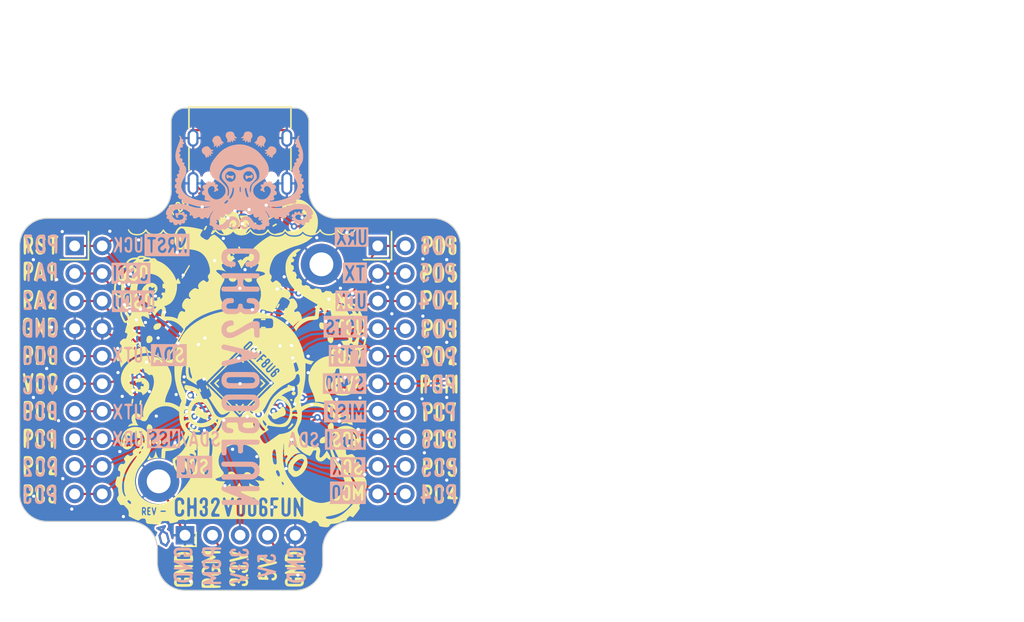
<source format=kicad_pcb>
(kicad_pcb (version 20241229) (generator "pcbnew") (generator_version "9.0")
  (layers (0 "F.Cu" signal) (2 "B.Cu" signal) (13 "F.Paste" user) (15 "B.Paste" user) (5 "F.SilkS" user "F.Silkscreen") (7 "B.SilkS" user "B.Silkscreen") (1 "F.Mask" user) (3 "B.Mask" user) (25 "Edge.Cuts" user))
  (net 0 "")
  (net 1 "VCC")
  (net 2 "GND")
  (net 3 "PD7NRST")
  (net 4 "PA1")
  (net 5 "PA2")
  (net 6 "PD0")
  (net 7 "PC0")
  (net 8 "PC1")
  (net 9 "PC2")
  (net 10 "PC3")
  (net 11 "SWIO")
  (net 12 "PC4")
  (net 13 "PC5")
  (net 14 "PC6")
  (net 15 "PC7")
  (net 16 "PD2")
  (net 17 "PD6")
  (net 18 "D+")
  (net 19 "D-")
  (net 20 "DPU")
  (net 21 "Net-(D7-A)")
  (net 22 "Net-(J4-CC2)")
  (net 24 "Net-(J4-CC1)")
  (net 25 "Net-(J4-D--PadA7)")
  (net 26 "+5V")
  (net 27 "Net-(J4-D+-PadA6)")
  (footprint "Resistor_SMD:R_0402_1005Metric" (layer "F.Cu") (at 90.45 101.68 -100)
    (property "Reference" "R6")
    (property "Value" "1.5k" (hide yes))
  )
  (footprint "Package_TO_SOT_SMD:SOT-23" (layer "F.Cu") (at 96.34 90.47 60)
    (property "Reference" "U3" (hide yes))
    (property "Value" "XC6206P332")
  )
  (footprint "Crystal:Crystal_SMD_2520-4Pin_2.5x2.0mm" (layer "F.Cu") (at 92.746282 95.727772 60)
    (property "Reference" "Y2" (hide yes))
    (property "Value" "24MHz")
  )
  (footprint "Resistor_SMD:R_0402_1005Metric" (layer "F.Cu") (at 103.825 93.038327 -120)
    (property "Reference" "R2")
    (property "Value" "33" (hide yes))
  )
  (footprint "MountingHole:MountingHole_2.2mm_M2_DIN965_Pad" (layer "F.Cu") (at 92.5 109)
    (property "Reference" "J6" (hide yes))
    (property "Value" "HOLE" (hide yes))
  )
  (footprint "Resistor_SMD:R_0402_1005Metric" (layer "F.Cu") (at 99.65 87.75 -60)
    (property "Reference" "R1" (hide yes))
    (property "Value" "33")
  )
  (footprint "Resistor_SMD:R_0402_1005Metric" (layer "F.Cu") (at 102.14 94.45 180)
    (property "Reference" "R5")
    (property "Value" "1.5k 1%" (hide yes))
  )
  (footprint "Custom:PinHeader_2x10_P2.54mm_Vertical" (layer "F.Cu") (at 84.755 87.305)
    (property "Reference" "J1" (hide yes))
    (property "Value" "~")
  )
  (footprint "Custom:PinHeader_1x05_P2.54mm_Vertical" (layer "F.Cu") (at 94.925 113.97 90)
    (property "Reference" "J2" (hide yes))
    (property "Value" "PGM" (hide yes))
  )
  (footprint "Capacitor_SMD:C_0402_1005Metric" (layer "F.Cu") (at 96.45 87.25 -15)
    (property "Reference" "C4")
    (property "Value" "1u" (hide yes))
  )
  (footprint "Package_DFN_QFN:QFN-20-1EP_3x3mm_P0.4mm_EP1.65x1.65mm" (layer "F.Cu") (at 99.97 99.97 -45)
    (property "Reference" "U1")
    (property "Value" "CH32V006F8U6" (hide yes))
  )
  (footprint "Capacitor_SMD:C_0402_1005Metric" (layer "F.Cu") (at 96.64 100.46 113)
    (property "Reference" "C1" (hide yes))
    (property "Value" "1u" (hide yes))
  )
  (footprint "MountingHole:MountingHole_2.2mm_M2_DIN965_Pad" (layer "F.Cu") (at 107.5 89)
    (property "Reference" "J5" (hide yes))
    (property "Value" "HOLE" (hide yes))
  )
  (footprint "006fun:OctoFront" (layer "F.Cu") (at 100.364714 96.778846)
    (property "Reference" "A1" (hide yes))
    (property "Value" "front" (hide yes))
  )
  (footprint "LED_SMD:LED_0402_1005Metric" (layer "F.Cu") (at 95 84.65 -155)
    (property "Reference" "D7")
    (property "Value" "LED")
  )
  (footprint "Capacitor_SMD:C_0402_1005Metric" (layer "F.Cu") (at 95.704308 95.42 30)
    (property "Reference" "C2" (hide yes))
    (property "Value" "4.7p" (hide yes))
  )
  (footprint "Resistor_SMD:R_0402_1005Metric" (layer "F.Cu") (at 97.14 85.84 -120)
    (property "Reference" "R3")
    (property "Value" "5.1k" (hide yes))
  )
  (footprint "Connector_USB:USB_C_Receptacle_HRO_TYPE-C-31-M-12" (layer "F.Cu") (at 99.99 78.41 180)
    (property "Reference" "J4" (hide yes))
    (property "Value" "USB_C_Receptacle_USB2.0" (hide yes))
  )
  (footprint "Capacitor_SMD:C_0402_1005Metric" (layer "F.Cu") (at 94.92 97.374308 -60)
    (property "Reference" "C3" (hide yes))
    (property "Value" "4.7p" (hide yes))
  )
  (footprint "cnhardware:TS-1187A-B-A-B-TACTILE" (layer "F.Cu") (at 91.7 88.6 -90)
    (property "Reference" "SW1" (hide yes))
    (property "Value" "BOOT")
  )
  (footprint "Resistor_SMD:R_0402_1005Metric" (layer "F.Cu") (at 102.998327 85.055 30)
    (property "Reference" "R4")
    (property "Value" "5.1k" (hide yes))
  )
  (footprint "Custom:PinHeader_2x10_P2.54mm_Vertical" (layer "F.Cu") (at 112.695 87.305)
    (property "Reference" "J3" (hide yes))
    (property "Value" "~")
  )
  (footprint "Capacitor_SMD:C_0402_1005Metric" (layer "F.Cu") (at 95.01 92.71 150)
    (property "Reference" "C5" (hide yes))
    (property "Value" "1u")
  )
  (footprint "006fun:OctoBack" (layer "B.Cu") (at 101.233056 96.836702 180)
    (property "Reference" "A2" (hide yes))
    (property "Value" "back" (hide yes))
  )
  (footprint "art:Heart" (layer "B.Cu") (at 100.309657 75.585578 180)
    (property "Reference" "A3" (hide yes))
    (property "Value" "heart" (hide yes))
  )
  (gr_line (start 93.183013 114.941025) (end 92.75 114.691025) (stroke (width 0.2)) (layer "F.Cu"))
  (gr_line (start 92.383975 113.325) (end 93.25 113.825) (stroke (width 0.2)) (layer "F.Cu"))
  (gr_line (start 93.066987 113.141987) (end 92.383975 113.325) (stroke (width 0.2)) (layer "F.Cu"))
  (gr_line (start 92.75 114.691025) (end 92.566987 114.008013) (stroke (width 0.2)) (layer "F.Cu"))
  (gr_line (start 92.566987 114.008013) (end 93.066987 113.141987) (stroke (width 0.2)) (layer "F.Cu"))
  (gr_line (start 93.433013 114.508013) (end 93.183013 114.941025) (stroke (width 0.2)) (layer "F.Cu"))
  (gr_line (start 93.433013 114.508013) (end 93.25 113.825) (stroke (width 0.2)) (layer "F.Cu"))
  (gr_line (start 93.25 113.825) (end 93.433013 114.508013) (stroke (width 0.2)) (layer "B.Cu"))
  (gr_line (start 92.75 114.691025) (end 92.566987 114.008013) (stroke (width 0.2)) (layer "B.Cu"))
  (gr_line (start 93.066987 113.141987) (end 92.383975 113.325) (stroke (width 0.2)) (layer "B.Cu"))
  (gr_line (start 93.183013 114.941025) (end 92.75 114.691025) (stroke (width 0.2)) (layer "B.Cu"))
  (gr_line (start 92.383975 113.325) (end 93.25 113.825) (stroke (width 0.2)) (layer "B.Cu"))
  (gr_line (start 92.566987 114.008013) (end 93.066987 113.141987) (stroke (width 0.2)) (layer "B.Cu"))
  (gr_line (start 93.433013 114.508013) (end 93.183013 114.941025) (stroke (width 0.2)) (layer "B.Cu"))
  (gr_arc (start 117.78 84.76) (mid 119.576051 85.503949) (end 120.32 87.3) (stroke (width 0.1)) (layer "Edge.Cuts"))
  (gr_line (start 91.11 84.76) (end 82.22 84.76) (stroke (width 0.1)) (layer "Edge.Cuts"))
  (gr_arc (start 79.68 87.3) (mid 80.423949 85.503949) (end 82.22 84.76) (stroke (width 0.1)) (layer "Edge.Cuts"))
  (gr_line (start 105.08 74.6) (end 94.92 74.6) (stroke (width 0.1)) (layer "Edge.Cuts"))
  (gr_arc (start 105.08 74.6) (mid 105.978026 74.971974) (end 106.35 75.87) (stroke (width 0.1)) (layer "Edge.Cuts"))
  (gr_arc (start 108.89 84.76) (mid 107.093948 84.016051) (end 106.35 82.219999) (stroke (width 0.1)) (layer "Edge.Cuts"))
  (gr_line (start 92.38 115.24) (end 92.38 116.51) (stroke (width 0.1)) (layer "Edge.Cuts"))
  (gr_line (start 120.32 87.3) (end 120.32 110.16) (stroke (width 0.1)) (layer "Edge.Cuts"))
  (gr_arc (start 107.62 116.51) (mid 106.876051 118.306051) (end 105.08 119.05) (stroke (width 0.1)) (layer "Edge.Cuts"))
  (gr_arc (start 82.22 112.7) (mid 80.423949 111.956051) (end 79.68 110.16) (stroke (width 0.1)) (layer "Edge.Cuts"))
  (gr_line (start 89.84 112.7) (end 82.22 112.7) (stroke (width 0.1)) (layer "Edge.Cuts"))
  (gr_line (start 79.68 110.16) (end 79.68 87.3) (stroke (width 0.1)) (layer "Edge.Cuts"))
  (gr_line (start 106.35 82.219999) (end 106.35 75.87) (stroke (width 0.1)) (layer "Edge.Cuts"))
  (gr_arc (start 93.65 75.87) (mid 94.021974 74.971974) (end 94.92 74.6) (stroke (width 0.1)) (layer "Edge.Cuts"))
  (gr_line (start 117.78 84.76) (end 108.89 84.76) (stroke (width 0.1)) (layer "Edge.Cuts"))
  (gr_line (start 107.62 115.24) (end 107.62 116.51) (stroke (width 0.1)) (layer "Edge.Cuts"))
  (gr_line (start 105.08 119.05) (end 94.92 119.05) (stroke (width 0.1)) (layer "Edge.Cuts"))
  (gr_arc (start 93.650001 82.22) (mid 92.906052 84.016052) (end 91.11 84.76) (stroke (width 0.1)) (layer "Edge.Cuts"))
  (gr_arc (start 120.32 110.16) (mid 119.576051 111.956051) (end 117.78 112.7) (stroke (width 0.1)) (layer "Edge.Cuts"))
  (gr_arc (start 94.92 119.05) (mid 93.123949 118.306051) (end 92.38 116.51) (stroke (width 0.1)) (layer "Edge.Cuts"))
  (gr_line (start 93.65 75.87) (end 93.650001 82.22) (stroke (width 0.1)) (layer "Edge.Cuts"))
  (gr_arc (start 107.62 115.24) (mid 108.363949 113.443949) (end 110.16 112.7) (stroke (width 0.1)) (layer "Edge.Cuts"))
  (gr_line (start 110.16 112.7) (end 117.78 112.7) (stroke (width 0.1)) (layer "Edge.Cuts"))
  (gr_arc (start 89.84 112.7) (mid 91.636051 113.443949) (end 92.38 115.24) (stroke (width 0.1)) (layer "Edge.Cuts"))
  (segment (start 95.425692 92.95) (end 96.693974 91.756899) (width 0.2) (layer "F.Cu") (net 1))
  (segment (start 91.5 93.44) (end 92.46 92.8) (width 0.2) (layer "F.Cu") (net 1))
  (segment (start 96 100.68) (end 96.815102 100.903684) (width 0.2) (layer "F.Cu") (net 1))
  (segment (start 97.2 100.75) (end 97.39 100.74) (width 0.2) (layer "F.Cu") (net 1))
  (segment (start 93.81 99.67) (end 90.7 99.35) (width 0.2) (layer "F.Cu") (net 1))
  (segment (start 93.02 92.69) (end 93.67 92.94) (width 0.2) (layer "F.Cu") (net 1))
  (segment (start 96.815102 100.903684) (end 97.2 100.75) (width 0.2) (layer "F.Cu") (net 1))
  (segment (start 94.43 99.95) (end 94.66 100.15) (width 0.2) (layer "F.Cu") (net 1))
  (segment (start 93.67 92.94) (end 94.77 93.25) (width 0.2) (layer "F.Cu") (net 1))
  (segment (start 95.61 100.64) (end 95.46 101.05) (width 0.2) (layer "F.Cu") (net 1))
  (segment (start 97.54 100.82) (end 97.69 100.83) (width 0.2) (layer "F.Cu") (net 1))
  (segment (start 92.46 92.8) (end 93.02 92.69) (width 0.2) (layer "F.Cu") (net 1))
  (segment (start 94.77 93.25) (end 95.08 93.23) (width 0.2) (layer "F.Cu") (net 1))
  (segment (start 95.08 93.23) (end 95.425692 92.95) (width 0.2) (layer "F.Cu") (net 1))
  (segment (start 90.44 94.13) (end 91.5 93.44) (width 0.2) (layer "F.Cu") (net 1))
  (segment (start 95.61 100.64) (end 96 100.68) (width 0.2) (layer "F.Cu") (net 1))
  (segment (start 94.66 100.15) (end 95.61 100.64) (width 0.2) (layer "F.Cu") (net 1))
  (segment (start 90.7 99.35) (end 87.295 100.005) (width 0.2) (layer "F.Cu") (net 1))
  (segment (start 97.69 100.83) (end 97.89 100.83) (width 0.2) (layer "F.Cu") (net 1))
  (segment (start 84.755 100.005) (end 87.295 100.005) (width 0.2) (layer "F.Cu") (net 1))
  (segment (start 97.39 100.74) (end 97.54 100.82) (width 0.2) (layer "F.Cu") (net 1))
  (segment (start 98.03 100.78) (end 98.37901 100.429619) (width 0.2) (layer "F.Cu") (net 1))
  (segment (start 97.89 100.83) (end 98.03 100.78) (width 0.2) (layer "F.Cu") (net 1))
  (segment (start 93.81 99.67) (end 94.43 99.95) (width 0.2) (layer "F.Cu") (net 1))
  (via (at 90.44 94.13) (size 0.6) (drill 0.3) (layers "F.Cu" "B.Cu") (net 1))
  (via (at 90.7 99.35) (size 0.6) (drill 0.3) (layers "F.Cu" "B.Cu") (net 1))
  (via (at 95.46 101.05) (size 0.6) (drill 0.3) (layers "F.Cu" "B.Cu") (net 1))
  (segment (start 90.44 94.13) (end 90.7 99.35) (width 0.2) (layer "B.Cu") (net 1))
  (segment (start 96.52 102.14) (end 97.67 103.98) (width 0.2) (layer "B.Cu") (net 1))
  (segment (start 97.67 103.98) (end 99.93 109.61) (width 0.2) (layer "B.Cu") (net 1))
  (segment (start 95.46 101.05) (end 96.52 102.14) (width 0.2) (layer "B.Cu") (net 1))
  (segment (start 99.93 109.61) (end 100.005 113.97) (width 0.2) (layer "B.Cu") (net 1))
  (segment (start 104.48 90.31) (end 104.075 90.15) (width 0.2) (layer "F.Cu") (net 2))
  (segment (start 96.44 100.02) (end 96.675 99.575) (width 0.2) (layer "F.Cu") (net 2))
  (segment (start 87.3 94.925) (end 89.77 96.74) (width 0.2) (layer "F.Cu") (net 2))
  (segment (start 95.68 81.54) (end 96.75 82.455) (width 0.2) (layer "F.Cu") (net 2))
  (segment (start 104.32 93.32) (end 104.82 92.7) (width 0.2) (layer "F.Cu") (net 2))
  (segment (start 97.83 98.62) (end 98.21 98.78) (width 0.2) (layer "F.Cu") (net 2))
  (segment (start 98.21 98.78) (end 98.691852 99.257538) (width 0.2) (layer "F.Cu") (net 2))
  (segment (start 94.98 98.42) (end 95.77 98.44) (width 0.2) (layer "F.Cu") (net 2))
  (segment (start 90.92 98.4) (end 91.59 98.71) (width 0.2) (layer "F.Cu") (net 2))
  (segment (start 104.33 94.38) (end 104.32 93.32) (width 0.2) (layer "F.Cu") (net 2))
  (segment (start 84.755 94.925) (end 87.295 94.925) (width 0.2) (layer "F.Cu") (net 2))
  (segment (start 89.77 96.74) (end 90.31 98.16) (width 0.2) (layer "F.Cu") (net 2))
  (segment (start 93.59 98.91) (end 94.44 98.45) (width 0.2) (layer "F.Cu") (net 2))
  (segment (start 104.15 76.63) (end 95.51 76.63) (width 0.2) (layer "F.Cu") (net 2))
  (segment (start 94.925 113.97) (end 92.5 109) (width 0.2) (layer "F.Cu") (net 2))
  (segment (start 91.59 98.71) (end 93.59 98.91) (width 0.2) (layer "F.Cu") (net 2))
  (segment (start 98.691852 99.257538) (end 99.08 99.66) (width 0.2) (layer "F.Cu") (net 2))
  (segment (start 94.44 98.45) (end 94.98 98.42) (width 0.2) (layer "F.Cu") (net 2))
  (segment (start 104.82 92.7) (end 104.78 91.48) (width 0.2) (layer "F.Cu") (net 2))
  (segment (start 106.28 98.99) (end 102.86 99.94) (width 0.2) (layer "F.Cu") (net 2))
  (segment (start 104.78 91.48) (end 104.48 90.31) (width 0.2) (layer "F.Cu") (net 2))
  (segment (start 95.77 98.44) (end 97.83 98.62) (width 0.2) (layer "F.Cu") (net 2))
  (segment (start 95.68 77.36) (end 95.68 81.54) (width 0.2) (layer "F.Cu") (net 2))
  (segment (start 94.594308 92.47) (end 95.048526 90.806899) (width 0.2) (layer "F.Cu") (net 2))
  (segment (start 99.08 99.66) (end 100 100) (width 0.2) (layer "F.Cu") (net 2))
  (segment (start 90.31 98.16) (end 90.92 98.4) (width 0.2) (layer "F.Cu") (net 2))
  (via (at 94.11 101) (size 0.6) (drill 0.3) (layers "F.Cu" "B.Cu") (net 2))
  (via (at 99.875 97.65) (size 0.6) (drill 0.3) (layers "F.Cu" "B.Cu") (net 2))
  (via (at 88.875 90.775) (size 0.6) (drill 0.3) (layers "F.Cu" "B.Cu") (net 2))
  (via (at 106.28 98.99) (size 0.6) (drill 0.3) (layers "F.Cu" "B.Cu") (net 2))
  (via (at 104.075 90.15) (size 0.6) (drill 0.3) (layers "F.Cu" "B.Cu") (net 2))
  (via (at 105.33 117.64) (size 0.6) (drill 0.3) (layers "F.Cu" "B.Cu") (net 2))
  (via (at 91.28 94.36) (size 0.6) (drill 0.3) (layers "F.Cu" "B.Cu") (net 2))
  (via (at 93.05 93.41) (size 0.6) (drill 0.3) (layers "F.Cu" "B.Cu") (net 2))
  (via (at 116.5 96.675) (size 0.6) (drill 0.3) (layers "F.Cu" "B.Cu") (net 2))
  (via (at 99.98 91.21) (size 0.6) (drill 0.3) (layers "F.Cu" "B.Cu") (net 2))
  (via (at 89.34 92.72) (size 0.6) (drill 0.3) (layers "F.Cu" "B.Cu") (net 2))
  (via (at 94.2 87.9) (size 0.6) (drill 0.3) (layers "F.Cu" "B.Cu") (net 2))
  (via (at 101.13 93.18) (size 0.6) (drill 0.3) (layers "F.Cu" "B.Cu") (net 2))
  (via (at 80.95 88.57) (size 0.6) (drill 0.3) (layers "F.Cu" "B.Cu") (net 2))
  (via (at 116.85 88.5) (size 0.6) (drill 0.3) (layers "F.Cu" "B.Cu") (net 2))
  (via (at 96.51 83.7) (size 0.6) (drill 0.3) (layers "F.Cu" "B.Cu") (net 2))
  (via (at 119.05 101.27) (size 0.6) (drill 0.3) (layers "F.Cu" "B.Cu") (net 2))
  (via (at 101.55 106.725) (size 0.6) (drill 0.3) (layers "F.Cu" "B.Cu") (net 2))
  (via (at 94.76 90) (size 0.6) (drill 0.3) (layers "F.Cu" "B.Cu") (net 2))
  (via (at 116.775 101.4) (size 0.6) (drill 0.3) (layers "F.Cu" "B.Cu") (net 2))
  (via (at 111.5 108.375) (size 0.6) (drill 0.3) (layers "F.Cu" "B.Cu") (net 2))
  (via (at 89.14 101.17) (size 0.6) (drill 0.3) (layers "F.Cu" "B.Cu") (net 2))
  (via (at 111.37 95.79) (size 0.6) (drill 0.3) (layers "F.Cu" "B.Cu") (net 2))
  (via (at 119.05 96.19) (size 0.6) (drill 0.3) (layers "F.Cu" "B.Cu") (net 2))
  (via (at 108.9 101.43) (size 0.6) (drill 0.3) (layers "F.Cu" "B.Cu") (net 2))
  (via (at 89.925 89.9) (size 0.6) (drill 0.3) (layers "F.Cu" "B.Cu") (net 2))
  (via (at 83.27 103.41) (size 0.6) (drill 0.3) (layers "F.Cu" "B.Cu") (net 2))
  (via (at 119.05 88.57) (size 0.6) (drill 0.3) (layers "F.Cu" "B.Cu") (net 2))
  (via (at 113.68 88.7) (size 0.6) (drill 0.3) (layers "F.Cu" "B.Cu") (net 2))
  (via (at 116.85 93.775) (size 0.6) (drill 0.3) (layers "F.Cu" "B.Cu") (net 2))
  (via (at 91.65 100.725) (size 0.6) (drill 0.3) (layers "F.Cu" "B.Cu") (net 2))
  (via (at 88.75 98.975) (size 0.6) (drill 0.3) (layers "F.Cu" "B.Cu") (net 2))
  (via (at 88.92 106.26) (size 0.6) (drill 0.3) (layers "F.Cu" "B.Cu") (net 2))
  (via (at 104.91 100.53) (size 0.6) (drill 0.3) (layers "F.Cu" "B.Cu") (net 2))
  (via (at 109.16 96.47) (size 0.6) (drill 0.3) (layers "F.Cu" "B.Cu") (net 2))
  (via (at 116.99 106.37) (size 0.6) (drill 0.3) (layers "F.Cu" "B.Cu") (net 2))
  (via (at 83.09 90.41) (size 0.6) (drill 0.3) (layers "F.Cu" "B.Cu") (net 2))
  (via (at 102.86 99.94) (size 0.6) (drill 0.3) (layers "F.Cu" "B.Cu") (net 2))
  (via (at 119.05 108.89) (size 0.6) (drill 0.3) (layers "F.Cu" "B.Cu") (net 2))
  (via (at 94.01 105.45) (size 0.6) (drill 0.3) (layers "F.Cu" "B.Cu") (net 2))
  (via (at 91.37 98.02) (size 0.6) (drill 0.3) (layers "F.Cu" "B.Cu") (net 2))
  (via (at 82.625 94.8) (size 0.6) (drill 0.3) (layers "F.Cu" "B.Cu") (net 2))
  (via (at 113.99 93.56) (size 0.6) (drill 0.3) (layers "F.Cu" "B.Cu") (net 2))
  (via (at 106.28 97.47) (size 0.6) (drill 0.3) (layers "F.Cu" "B.Cu") (net 2))
  (via (at 96.72 104.3) (size 0.6) (drill 0.3) (layers "F.Cu" "B.Cu") (net 2))
  (via (at 98.6 109.4) (size 0.6) (drill 0.3) (layers "F.Cu" "B.Cu") (net 2))
  (via (at 111.06 101.31) (size 0.6) (drill 0.3) (layers "F.Cu" "B.Cu") (net 2))
  (via (at 88.725 96.75) (size 0.6) (drill 0.3) (layers "F.Cu" "B.Cu") (net 2))
  (via (at 90.82 93.14) (size 0.6) (drill 0.3) (layers "F.Cu" "B.Cu") (net 2))
  (via (at 103.69 96.52) (size 0.6) (drill 0.3) (layers "F.Cu" "B.Cu") (net 2))
  (via (at 105.03 101.89) (size 0.6) (drill 0.3) (layers "F.Cu" "B.Cu") (net 2))
  (via (at 80.98 110.37) (size 0.6) (drill 0.3) (layers "F.Cu" "B.Cu") (net 2))
  (via (at 107.075 86.55) (size 0.6) (drill 0.3) (layers "F.Cu" "B.Cu") (net 2))
  (via (at 104.25 107.825) (size 0.6) (drill 0.3) (layers "F.Cu" "B.Cu") (net 2))
  (via (at 102.95 111.375) (size 0.6) (drill 0.3) (layers "F.Cu" "B.Cu") (net 2))
  (via (at 109.85 86.075) (size 0.6) (drill 0.3) (layers "F.Cu" "B.Cu") (net 2))
  (via (at 83.66 108.75) (size 0.6) (drill 0.3) (layers "F.Cu" "B.Cu") (net 2))
  (via (at 113.6 91.1) (size 0.6) (drill 0.3) (layers "F.Cu" "B.Cu") (net 2))
  (via (at 96.76 95.8) (size 0.6) (drill 0.3) (layers "F.Cu" "B.Cu") (net 2))
  (via (at 83.61 85.98) (size 0.6) (drill 0.3) (layers "F.Cu" "B.Cu") (net 2))
  (via (at 90.65 86.75) (size 0.6) (drill 0.3) (layers "F.Cu" "B.Cu") (net 2))
  (via (at 94.3 96.28) (size 0.6) (drill 0.3) (layers "F.Cu" "B.Cu") (net 2))
  (via (at 95.43 118.22) (size 0.6) (drill 0.3) (layers "F.Cu" "B.Cu") (net 2))
  (via (at 110.89 104.21) (size 0.6) (drill 0.3) (layers "F.Cu" "B.Cu") (net 2))
  (via (at 109.69 99.43) (size 0.6) (drill 0.3) (layers "F.Cu" "B.Cu") (net 2))
  (via (at 92.2 91.925) (size 0.6) (drill 0.3) (layers "F.Cu" "B.Cu") (net 2))
  (via (at 88 85.95) (size 0.6) (drill 0.3) (layers "F.Cu" "B.Cu") (net 2))
  (via (at 109.25 91.2) (size 0.6) (drill 0.3) (layers "F.Cu" "B.Cu") (net 2))
  (via (at 100 100) (size 0.6) (drill 0.3) (layers "F.Cu" "B.Cu") (net 2))
  (via (at 94.85 99.375) (size 0.6) (drill 0.3) (layers "F.Cu" "B.Cu") (net 2))
  (via (at 107.91 94.26) (size 0.6) (drill 0.3) (layers "F.Cu" "B.Cu") (net 2))
  (via (at 82.175 98.6) (size 0.6) (drill 0.3) (layers "F.Cu" "B.Cu") (net 2))
  (via (at 84.49 111.56) (size 0.6) (drill 0.3) (layers "F.Cu" "B.Cu") (net 2))
  (via (at 109.14 103.46) (size 0.6) (drill 0.3) (layers "F.Cu" "B.Cu") (net 2))
  (via (at 98.51 103.37) (size 0.6) (drill 0.3) (layers "F.Cu" "B.Cu") (net 2))
  (via (at 109.025 107) (size 0.6) (drill 0.3) (layers "F.Cu" "B.Cu") (net 2))
  (via (at 92.45 95.79) (size 0.6) (drill 0.3) (layers "F.Cu" "B.Cu") (net 2))
  (via (at 100.46 89.49) (size 0.6) (drill 0.3) (layers "F.Cu" "B.Cu") (net 2))
  (via (at 89.25 112.25) (size 0.6) (drill 0.3) (layers "F.Cu" "B.Cu") (net 2))
  (via (at 98.46 86.61) (size 0.6) (drill 0.3) (layers "F.Cu" "B.Cu") (net 2))
  (via (at 104.33 94.38) (size 0.6) (drill 0.3) (layers "F.Cu" "B.Cu") (net 2))
  (via (at 96.675 99.575) (size 0.6) (drill 0.3) (layers "F.Cu" "B.Cu") (net 2))
  (via (at 106.61 101.93) (size 0.6) (drill 0.3) (layers "F.Cu" "B.Cu") (net 2))
  (via (at 105.72 84.7) (size 0.6) (drill 0.3) (layers "F.Cu" "B.Cu") (net 2))
  (via (at 80.95 101.27) (size 0.6) (drill 0.3) (layers "F.Cu" "B.Cu") (net 2))
  (via (at 97.66 88.66) (size 0.6) (drill 0.3) (layers "F.Cu" "B.Cu") (net 2))
  (via (at 92.28 102.99) (size 0.6) (drill 0.3) (layers "F.Cu" "B.Cu") (net 2))
  (via (at 99.31 106.05) (size 0.6) (drill 0.3) (layers "F.Cu" "B.Cu") (net 2))
  (via (at 104.75 105.15) (size 0.6) (drill 0.3) (layers "F.Cu" "B.Cu") (net 2))
  (segment (start 102.86 99.94) (end 100 100) (width 0.2) (layer "B.Cu") (net 2))
  (segment (start 96.68 115.82) (end 94.925 113.97) (width 0.2) (layer "B.Cu") (net 2))
  (segment (start 109.25 98.99) (end 106.28 98.99) (width 0.2) (layer "B.Cu") (net 2))
  (segment (start 105.085 113.97) (end 103.94 115.59) (width 0.2) (layer "B.Cu") (net 2))
  (segment (start 100 100) (end 98.51 103.37) (width 0.2) (layer "B.Cu") (net 2))
  (segment (start 96.675 99.575) (end 100 100) (width 0.2) (layer "B.Cu") (net 2))
  (segment (start 109.69 99.43) (end 109.25 98.99) (width 0.2) (layer "B.Cu") (net 2))
  (segment (start 103.94 115.59) (end 96.68 115.82) (width 0.2) (layer "B.Cu") (net 2))
  (segment (start 96.17 96.39) (end 96.98 96.83) (width 0.2) (layer "F.Cu") (net 3))
  (segment (start 87.295 87.305) (end 84.755 87.305) (width 0.2) (layer "F.Cu") (net 3))
  (segment (start 87.295 87.305) (end 89.875 85.75) (width 0.2) (layer "F.Cu") (net 3))
  (segment (start 98.82 97.7) (end 99.540381 98.40901) (width 0.2) (layer "F.Cu") (net 3))
  (segment (start 97.84 97.22) (end 98.36 97.41) (width 0.2) (layer "F.Cu") (net 3))
  (segment (start 89.875 91.75) (end 89.75 91) (width 0.2) (layer "F.Cu") (net 3))
  (segment (start 98.36 97.41) (end 98.82 97.7) (width 0.2) (layer "F.Cu") (net 3))
  (segment (start 96.98 96.83) (end 97.84 97.22) (width 0.2) (layer "F.Cu") (net 3))
  (via (at 89.75 90.85) (size 0.6) (drill 0.3) (layers "F.Cu" "B.Cu") (net 3))
  (via (at 96.17 96.39) (size 0.6) (drill 0.3) (layers "F.Cu" "B.Cu") (net 3))
  (segment (start 91.6 93.17) (end 90.83 92.14) (width 0.2) (layer "B.Cu") (net 3))
  (segment (start 89.75 91) (end 89.747931 90.902069) (width 0.2) (layer "B.Cu") (net 3))
  (segment (start 90.83 92.14) (end 89.747931 90.902069) (width 0.2) (layer "B.Cu") (net 3))
  (segment (start 96.17 96.39) (end 94.56 95.76) (width 0.2) (layer "B.Cu") (net 3))
  (segment (start 94.56 95.76) (end 91.6 93.17) (width 0.2) (layer "B.Cu") (net 3))
  (segment (start 89.747931 90.902069) (end 88.81 89.12) (width 0.2) (layer "B.Cu") (net 3))
  (segment (start 88.81 89.12) (end 87.295 87.305) (width 0.2) (layer "B.Cu") (net 3))
  (segment (start 91.03 95.32) (end 91.69 95.18) (width 0.2) (layer "F.Cu") (net 4))
  (segment (start 99.227538 98.661852) (end 98.61 98.05) (width 0.2) (layer "F.Cu") (net 4))
  (segment (start 93.41 94.26) (end 92.577564 94.62) (width 0.2) (layer "F.Cu") (net 4))
  (segment (start 95.69 96.76) (end 95.48 96.51) (width 0.2) (layer "F.Cu") (net 4))
  (segment (start 94.6 94.63) (end 93.79 94.26) (width 0.2) (layer "F.Cu") (net 4))
  (segment (start 98.05 97.85) (end 95.98 96.95) (width 0.2) (layer "F.Cu") (net 4))
  (segment (start 88.53 93.43) (end 88.759312 93.774453) (width 0.2) (layer "F.Cu") (net 4))
  (segment (start 84.755 89.845) (end 87.295 89.845) (width 0.2) (layer "F.Cu") (net 4))
  (segment (start 94.87 94.98) (end 94.6 94.63) (width 0.2) (layer "F.Cu") (net 4))
  (segment (start 98.61 98.05) (end 98.05 97.85) (width 0.2) (layer "F.Cu") (net 4))
  (segment (start 90.29 95.38) (end 91.03 95.32) (width 0.2) (layer "F.Cu") (net 4))
  (segment (start 90.030084 95.232496) (end 90.29 95.38) (width 0.2) (layer "F.Cu") (net 4))
  (segment (start 93.79 94.26) (end 93.41 94.26) (width 0.2) (layer "F.Cu") (net 4))
  (segment (start 88.759312 93.774453) (end 90.030084 95.232496) (width 0.2) (layer "F.Cu") (net 4))
  (segment (start 88.46 91.7) (end 87.295 89.845) (width 0.2) (layer "F.Cu") (net 4))
  (segment (start 88.53 93.43) (end 88.46 91.7) (width 0.2) (layer "F.Cu") (net 4))
  (segment (start 95.48 96.51) (end 94.87 94.98) (width 0.2) (layer "F.Cu") (net 4))
  (segment (start 91.69 95.18) (end 92.577564 94.62) (width 0.2) (layer "F.Cu") (net 4))
  (segment (start 95.98 96.95) (end 95.69 96.76) (width 0.2) (layer "F.Cu") (net 4))
  (segment (start 88.06 93.52) (end 87.295 92.385) (width 0.2) (layer "F.Cu") (net 5))
  (segment (start 98.49 98.49) (end 98.02 98.25) (width 0.2) (layer "F.Cu") (net 5))
  (segment (start 90.91 96.79) (end 88.06 93.52) (width 0.2) (layer "F.Cu") (net 5))
  (segment (start 87.295 92.385) (end 84.755 92.385) (width 0.2) (layer "F.Cu") (net 5))
  (segment (start 95.93 97.34) (end 98.02 98.25) (width 0.2) (layer "F.Cu") (net 5))
  (segment (start 94.99 96.89) (end 95.36 97.01) (width 0.2) (layer "F.Cu") (net 5))
  (segment (start 92.915 96.835544) (end 94.99 96.89) (width 0.2) (layer "F.Cu") (net 5))
  (segment (start 95.36 97.01) (end 95.93 97.34) (width 0.2) (layer "F.Cu") (net 5))
  (segment (start 92.915 96.835544) (end 92.1 97.17) (width 0.2) (layer "F.Cu") (net 5))
  (segment (start 98.974695 98.974695) (end 98.49 98.49) (width 0.2) (layer "F.Cu") (net 5))
  (segment (start 92.1 97.17) (end 91.74 97.15) (width 0.2) (layer "F.Cu") (net 5))
  (segment (start 91.74 97.15) (end 90.91 96.79) (width 0.2) (layer "F.Cu") (net 5))
  (segment (start 87.3 97.465) (end 90.5 98.64) (width 0.2) (layer "F.Cu") (net 6))
  (segment (start 91.46 99.06) (end 93.68 99.29) (width 0.2) (layer "F.Cu") (net 6))
  (segment (start 87.295 97.465) (end 84.755 97.465) (width 0.2) (layer "F.Cu") (net 6))
  (segment (start 93.68 99.29) (end 94.58 98.83) (width 0.2) (layer "F.Cu") (net 6))
  (segment (start 97.5 98.97) (end 98.08 99.2) (width 0.2) (layer "F.Cu") (net 6))
  (segment (start 95.03 98.8) (end 96.41 98.87) (width 0.2) (layer "F.Cu") (net 6))
  (segment (start 98.08 99.2) (end 98.40901 99.540381) (width 0.2) (layer "F.Cu") (net 6))
  (segment (start 90.5 98.64) (end 91.46 99.06) (width 0.2) (layer "F.Cu") (net 6))
  (segment (start 96.41 98.87) (end 97.5 98.97) (width 0.2) (layer "F.Cu") (net 6))
  (segment (start 94.58 98.83) (end 95.03 98.8) (width 0.2) (layer "F.Cu") (net 6))
  (segment (start 98.33 101.05) (end 98.661852 100.712462) (width 0.2) (layer "F.Cu") (net 7))
  (segment (start 97.56 101.52) (end 98.17 101.19) (width 0.2) (layer "F.Cu") (net 7))
  (segment (start 94.63 101.73) (end 96.39 101.83) (width 0.2) (layer "F.Cu") (net 7))
  (segment (start 90.361439 102.182252) (end 91.91 101.73) (width 0.2) (layer "F.Cu") (net 7))
  (segment (start 89.173744 102.333744) (end 90.361439 102.182252) (width 0.2) (layer "F.Cu") (net 7))
  (segment (start 93.33 101.5) (end 94.63 101.73) (width 0.2) (layer "F.Cu") (net 7))
  (segment (start 91.91 101.73) (end 93.33 101.5) (width 0.2) (layer "F.Cu") (net 7))
  (segment (start 98.17 101.19) (end 98.33 101.05) (width 0.2) (layer "F.Cu") (net 7))
  (segment (start 87.295 102.545) (end 84.755 102.545) (width 0.2) (layer "F.Cu") (net 7))
  (segment (start 96.39 101.83) (end 97.56 101.52) (width 0.2) (layer "F.Cu") (net 7))
  (segment (start 87.3 102.545) (end 89.173744 102.333744) (width 0.2) (layer "F.Cu") (net 7))
  (segment (start 98.44 101.5) (end 98.944695 100.995305) (width 0.2) (layer "F.Cu") (net 8))
  (segment (start 96.02 102.32) (end 96.78 102.13) (width 0.2) (layer "F.Cu") (net 8))
  (segment (start 95.61 102.37) (end 96.02 102.32) (width 0.2) (layer "F.Cu") (net 8))
  (segment (start 97.85 101.81) (end 98.44 101.5) (width 0.2) (layer "F.Cu") (net 8))
  (segment (start 84.755 105.085) (end 87.295 105.085) (width 0.2) (layer "F.Cu") (net 8))
  (segment (start 96.78 102.13) (end 97.85 101.81) (width 0.2) (layer "F.Cu") (net 8))
  (segment (start 95.06 102.57) (end 95.61 102.37) (width 0.2) (layer "F.Cu") (net 8))
  (via (at 95.06 102.57) (size 0.6) (drill 0.3) (layers "F.Cu" "B.Cu") (net 8))
  (segment (start 94.52 103.19) (end 95.32 102.54) (width 0.2) (layer "B.Cu") (net 8))
  (segment (start 89.43 105.56) (end 90.7 105.42) (width 0.2) (layer "B.Cu") (net 8))
  (segment (start 87.295 105.085) (end 89.43 105.56) (width 0.2) (layer "B.Cu") (net 8))
  (segment (start 95.32 102.54) (end 95.06 102.57) (width 0.2) (layer "B.Cu") (net 8))
  (segment (start 90.7 105.42) (end 91.72 104.69) (width 0.2) (layer "B.Cu") (net 8))
  (segment (start 91.72 104.69) (end 94.52 103.19) (width 0.2) (layer "B.Cu") (net 8))
  (segment (start 95.75 103.06) (end 96.79 102.62) (width 0.2) (layer "F.Cu") (net 9))
  (segment (start 95.75 103.06) (end 95.8 103.02) (width 0.2) (layer "F.Cu") (net 9))
  (segment (start 98.9 101.62) (end 99.227538 101.278148) (width 0.2) (layer "F.Cu") (net 9))
  (segment (start 97.85 102.26) (end 98.51 101.95) (width 0.2) (layer "F.Cu") (net 9))
  (segment (start 96.79 102.62) (end 97.85 102.26) (width 0.2) (layer "F.Cu") (net 9))
  (segment (start 98.51 101.95) (end 98.9 101.62) (width 0.2) (layer "F.Cu") (net 9))
  (segment (start 87.295 107.625) (end 84.755 107.625) (width 0.2) (layer "F.Cu") (net 9))
  (via (at 95.8 103.02) (size 0.6) (drill 0.3) (layers "F.Cu" "B.Cu") (net 9))
  (segment (start 94.7 103.6) (end 91.92 105.07) (width 0.2) (layer "B.Cu") (net 9))
  (segment (start 90.44 106.27) (end 91.92 105.07) (width 0.2) (layer "B.Cu") (net 9))
  (segment (start 95.31 103.19) (end 94.7 103.6) (width 0.2) (layer "B.Cu") (net 9))
  (segment (start 95.8 103.02) (end 95.31 103.19) (width 0.2) (layer "B.Cu") (net 9))
  (segment (start 89.08 106.87) (end 90.44 106.27) (width 0.2) (layer "B.Cu") (net 9))
  (segment (start 87.295 107.625) (end 89.08 106.87) (width 0.2) (layer "B.Cu") (net 9))
  (segment (start 98.8 102.26) (end 99.13 101.94) (width 0.2) (layer "F.Cu") (net 10))
  (segment (start 95.7 103.95) (end 96.74 103.19) (width 0.2) (layer "F.Cu") (net 10))
  (segment (start 98.24 102.58) (end 98.8 102.26) (width 0.2) (layer "F.Cu") (net 10))
  (segment (start 96.74 103.19) (end 97.45 102.85) (width 0.2) (layer "F.Cu") (net 10))
  (segment (start 97.45 102.85) (end 98.24 102.58) (width 0.2) (layer "F.Cu") (net 10))
  (segment (start 84.755 110.165) (end 87.295 110.165) (width 0.2) (layer "F.Cu") (net 10))
  (segment (start 99.13 101.94) (end 99.510381 101.56099) (width 0.2) (layer "F.Cu") (net 10))
  (via (at 95.7 103.95) (size 0.6) (drill 0.3) (layers "F.Cu" "B.Cu") (net 10))
  (segment (start 90.52 107.01) (end 89.56 108.34) (width 0.2) (layer "B.Cu") (net 10))
  (segment (start 91.88 105.84) (end 90.52 107.01) (width 0.2) (layer "B.Cu") (net 10))
  (segment (start 89.56 108.34) (end 87.295 110.165) (width 0.2) (layer "B.Cu") (net 10))
  (segment (start 95.7 103.95) (end 91.88 105.84) (width 0.2) (layer "B.Cu") (net 10))
  (segment (start 105.72 101.3) (end 103.12 101.33) (width 0.2) (layer "F.Cu") (net 11))
  (segment (start 108.52 112.49) (end 107.75 113.37) (width 0.2) (layer "F.Cu") (net 11))
  (segment (start 105 116.45) (end 103.28 115.94) (width 0.2) (layer "F.Cu") (net 11))
  (segment (start 118.21 100.67) (end 118.25 109.82) (width 0.2) (layer "F.Cu") (net 11))
  (segment (start 117.19 111.78) (end 111.35 111.78) (width 0.2) (layer "F.Cu") (net 11))
  (segment (start 105.83 116.34) (end 105 116.45) (width 0.2) (layer "F.Cu") (net 11))
  (segment (start 100.78 115.56) (end 98.21 115.28) (width 0.2) (layer "F.Cu") (net 11))
  (segment (start 111.35 111.78) (end 109.85 112.13) (width 0.2) (layer "F.Cu") (net 11))
  (segment (start 103.28 115.94) (end 100.78 115.56) (width 0.2) (layer "F.Cu") (net 11))
  (segment (start 107.75 113.37) (end 107.26 114.35) (width 0.2) (layer "F.Cu") (net 11))
  (segment (start 101.91 100.77) (end 101.59099 100.459619) (width 0.2) (layer "F.Cu") (net 11))
  (segment (start 107.26 114.35) (end 107.19 115.35) (width 0.2) (layer "F.Cu") (net 11))
  (segment (start 118.17 110.71) (end 117.73 111.38) (width 0.2) (layer "F.Cu") (net 11))
  (segment (start 115.235 100.005) (end 112.695 100.005) (width 0.2) (layer "F.Cu") (net 11))
  (segment (start 106.85 115.9) (end 105.83 116.34) (width 0.2) (layer "F.Cu") (net 11))
  (segment (start 102.32 101.12) (end 101.91 100.77) (width 0.2) (layer "F.Cu") (net 11))
  (segment (start 107.19 115.35) (end 106.85 115.9) (width 0.2) (layer "F.Cu") (net 11))
  (segment (start 98.21 115.28) (end 97.465 113.97) (width 0.2) (layer "F.Cu") (net 11))
  (segment (start 118.83 99.95) (end 118.21 100.67) (width 0.2) (layer "F.Cu") (net 11))
  (segment (start 109.85 112.13) (end 108.52 112.49) (width 0.2) (layer "F.Cu") (net 11))
  (segment (start 118.25 109.82) (end 118.17 110.71) (width 0.2) (layer "F.Cu") (net 11))
  (segment (start 117.73 111.38) (end 117.19 111.78) (width 0.2) (layer "F.Cu") (net 11))
  (segment (start 103.12 101.33) (end 102.32 101.12) (width 0.2) (layer "F.Cu") (net 11))
  (via (at 118.83 99.95) (size 0.6) (drill 0.3) (layers "F.Cu" "B.Cu") (net 11))
  (via (at 105.72 101.3) (size 0.6) (drill 0.3) (layers "F.Cu" "B.Cu") (net 11))
  (segment (start 118.83 99.95) (end 115.235 100.005) (width 0.2) (layer "B.Cu") (net 11))
  (segment (start 105.72 101.3) (end 112.7 99.995) (width 0.2) (layer "B.Cu") (net 11))
  (segment (start 100.82 101.95) (end 100.89 102.09) (width 0.2) (layer "F.Cu") (net 12))
  (segment (start 100.89 102.09) (end 100.66 103.03) (width 0.2) (layer "F.Cu") (net 12))
  (segment (start 100.459619 101.59099) (end 100.82 101.95) (width 0.2) (layer "F.Cu") (net 12))
  (segment (start 112.695 110.165) (end 115.235 110.165) (width 0.2) (layer "F.Cu") (net 12))
  (via (at 100.66 103.03) (size 0.6) (drill 0.3) (layers "F.Cu" "B.Cu") (net 12))
  (segment (start 107.41 108.13) (end 110.02 108.94) (width 0.2) (layer "B.Cu") (net 12))
  (segment (start 106.26 107.71) (end 107.41 108.13) (width 0.2) (layer "B.Cu") (net 12))
  (segment (start 102.14 105.68) (end 102.95 106.45) (width 0.2) (layer "B.Cu") (net 12))
  (segment (start 110.02 108.94) (end 112.7 110.155) (width 0.2) (layer "B.Cu") (net 12))
  (segment (start 101.32 104.03) (end 102.14 105.68) (width 0.2) (layer "B.Cu") (net 12))
  (segment (start 100.66 103.03) (end 101.32 104.03) (width 0.2) (layer "B.Cu") (net 12))
  (segment (start 102.95 106.45) (end 106.26 107.71) (width 0.2) (layer "B.Cu") (net 12))
  (segment (start 101.17 101.72) (end 100.742462 101.308148) (width 0.2) (layer "F.Cu") (net 13))
  (segment (start 101.71 102.81) (end 101.17 101.72) (width 0.2) (layer "F.Cu") (net 13))
  (segment (start 115.235 107.625) (end 112.695 107.625) (width 0.2) (layer "F.Cu") (net 13))
  (via (at 101.71 102.81) (size 0.6) (drill 0.3) (layers "F.Cu" "B.Cu") (net 13))
  (segment (start 102.55 105.49) (end 103.2 106.1) (width 0.2) (layer "B.Cu") (net 13))
  (segment (start 101.71 102.81) (end 101.81 104) (width 0.2) (layer "B.Cu") (net 13))
  (segment (start 101.81 104) (end 102.55 105.49) (width 0.2) (layer "B.Cu") (net 13))
  (segment (start 103.2 106.1) (end 107.47 107.71) (width 0.2) (layer "B.Cu") (net 13))
  (segment (start 107.47 107.71) (end 110.17 107.98) (width 0.2) (layer "B.Cu") (net 13))
  (segment (start 110.17 107.98) (end 112.7 107.615) (width 0.2) (layer "B.Cu") (net 13))
  (segment (start 107.34 103.16) (end 106.754334 103.351126) (width 0.2) (layer "F.Cu") (net 14))
  (segment (start 101.4 101.39) (end 101.95 101.83) (width 0.2) (layer "F.Cu") (net 14))
  (segment (start 101.95 101.83) (end 102.95 102.47) (width 0.2) (layer "F.Cu") (net 14))
  (segment (start 101.025305 101.025305) (end 101.4 101.39) (width 0.2) (layer "F.Cu") (net 14))
  (segment (start 115.235 105.085) (end 112.695 105.085) (width 0.2) (layer "F.Cu") (net 14))
  (segment (start 102.95 102.47) (end 103.083688 102.526312) (width 0.2) (layer "F.Cu") (net 14))
  (via (at 103.083688 102.526312) (size 0.6) (drill 0.3) (layers "F.Cu" "B.Cu") (net 14))
  (via (at 107.13 103.11) (size 0.6) (drill 0.3) (layers "F.Cu" "B.Cu") (net 14))
  (segment (start 107.13 103.11) (end 108.508119 104.141881) (width 0.2) (layer "B.Cu") (net 14))
  (segment (start 111.02 104.89) (end 112.695 105.085) (width 0.2) (layer "B.Cu") (net 14))
  (segment (start 108.508119 104.141881) (end 111.02 104.89) (width 0.2) (layer "B.Cu") (net 14))
  (segment (start 104.5 102.9) (end 107.13 103.11) (width 0.2) (layer "B.Cu") (net 14))
  (segment (start 103.083688 102.526312) (end 104.5 102.9) (width 0.2) (layer "B.Cu") (net 14))
  (segment (start 102.15 101.48) (end 102.89 101.83) (width 0.2) (layer "F.Cu") (net 15))
  (segment (start 112.695 102.545) (end 115.235 102.545) (width 0.2) (layer "F.Cu") (net 15))
  (segment (start 102.89 101.83) (end 103.5 102.01) (width 0.2) (layer "F.Cu") (net 15))
  (segment (start 102.15 101.48) (end 101.62 101.05) (width 0.2) (layer "F.Cu") (net 15))
  (segment (start 101.62 101.05) (end 101.308148 100.742462) (width 0.2) (layer "F.Cu") (net 15))
  (segment (start 103.5 102.01) (end 103.72 102.04) (width 0.2) (layer "F.Cu") (net 15))
  (via (at 103.72 102.04) (size 0.6) (drill 0.3) (layers "F.Cu" "B.Cu") (net 15))
  (segment (start 104.57 102.52) (end 112.695 102.545) (width 0.2) (layer "B.Cu") (net 15))
  (segment (start 103.72 102.04) (end 104.57 102.52) (width 0.2) (layer "B.Cu") (net 15))
  (segment (start 102.86 98.38) (end 102.09 98.99) (width 0.2) (layer "F.Cu") (net 16))
  (segment (start 102.09 98.99) (end 101.56099 99.510381) (width 0.2) (layer "F.Cu") (net 16))
  (segment (start 104.85 97.62) (end 102.86 98.38) (width 0.2) (layer "F.Cu") (net 16))
  (segment (start 112.695 97.465) (end 115.235 97.465) (width 0.2) (layer "F.Cu") (net 16))
  (via (at 104.85 97.62) (size 0.6) (drill 0.3) (layers "F.Cu" "B.Cu") (net 16))
  (segment (start 108.29 95.7) (end 109.92 95.59) (width 0.2) (layer "B.Cu") (net 16))
  (segment (start 104.85 97.62) (end 106.21 96.36) (width 0.2) (layer "B.Cu") (net 16))
  (segment (start 110.61 95.99) (end 112.695 97.465) (width 0.2) (layer "B.Cu") (net 16))
  (segment (start 109.92 95.59) (end 110.61 95.99) (width 0.2) (layer "B.Cu") (net 16))
  (segment (start 107.15 95.91) (end 108.29 95.7) (width 0.2) (layer "B.Cu") (net 16))
  (segment (start 106.21 96.36) (end 107.15 95.91) (width 0.2) (layer "B.Cu") (net 16))
  (segment (start 112.695 87.305) (end 115.235 87.305) (width 0.2) (layer "F.Cu") (net 17))
  (segment (start 100.87 97.94) (end 100.429619 98.37901) (width 0.2) (layer "F.Cu") (net 17))
  (segment (start 110.36 91.7) (end 112.7 87.295) (width 0.2) (layer "F.Cu") (net 17))
  (segment (start 101.1 97.62) (end 100.87 97.94) (width 0.2) (layer "F.Cu") (net 17))
  (segment (start 101.28 96.99) (end 101.1 97.62) (width 0.2) (layer "F.Cu") (net 17))
  (via (at 101.28 96.99) (size 0.6) (drill 0.3) (layers "F.Cu" "B.Cu") (net 17))
  (via (at 110.36 91.7) (size 0.6) (drill 0.3) (layers "F.Cu" "B.Cu") (net 17))
  (segment (start 101.28 96.99) (end 110.36 91.7) (width 0.2) (layer "B.Cu") (net 17))
  (segment (start 103.57 93.48) (end 103.31 93.93) (width 0.2) (layer "F.Cu") (net 18))
  (segment (start 102.14 98.38) (end 101.278148 99.227538) (width 0.2) (layer "F.Cu") (net 18))
  (segment (start 102.71 97.58) (end 102.53 98.03) (width 0.2) (layer "F.Cu") (net 18))
  (segment (start 103.23 94.28) (end 103.24 94.97) (width 0.2) (layer "F.Cu") (net 18))
  (segment (start 102.9 97.86) (end 102.53 98.03) (width 0.2) (layer "F.Cu") (net 18))
  (segment (start 115.235 94.925) (end 112.695 94.925) (width 0.2) (layer "F.Cu") (net 18))
  (segment (start 104.75 96.48) (end 103.77 97.27) (width 0.2) (layer "F.Cu") (net 18))
  (segment (start 103.31 93.93) (end 103.23 94.28) (width 0.2) (layer "F.Cu") (net 18))
  (segment (start 102.8848 96.8048) (end 102.71 97.58) (width 0.2) (layer "F.Cu") (net 18))
  (segment (start 103.24 94.97) (end 103.15 95.74) (width 0.2) (layer "F.Cu") (net 18))
  (segment (start 103.15 95.74) (end 102.94 96.56) (width 0.2) (layer "F.Cu") (net 18))
  (segment (start 102.53 98.03) (end 102.14 98.38) (width 0.2) (layer "F.Cu") (net 18))
  (segment (start 103.77 97.27) (end 102.9 97.86) (width 0.2) (layer "F.Cu") (net 18))
  (segment (start 102.94 96.56) (end 102.8848 96.8048) (width 0.2) (layer "F.Cu") (net 18))
  (via (at 104.75 96.48) (size 0.6) (drill 0.3) (layers "F.Cu" "B.Cu") (net 18))
  (segment (start 106.55 95.47) (end 105.79 95.8) (width 0.2) (layer "B.Cu") (net 18))
  (segment (start 112.695 94.925) (end 106.55 95.47) (width 0.2) (layer "B.Cu") (net 18))
  (segment (start 105.79 95.8) (end 104.75 96.48) (width 0.2) (layer "B.Cu") (net 18))
  (segment (start 102.39 96.99) (end 102.27 97.52) (width 0.2) (layer "F.Cu") (net 19))
  (segment (start 103.74 91.44) (end 103.755429 91.694571) (width 0.2) (layer "F.Cu") (net 19))
  (segment (start 102.77 90.34) (end 103.12 90.63) (width 0.2) (layer "F.Cu") (net 19))
  (segment (start 102.65 94.45) (end 102.73 94.06) (width 0.2) (layer "F.Cu") (net 19))
  (segment (start 109.81 93.43) (end 112.7 92.375) (width 0.2) (layer "F.Cu") (net 19))
  (segment (start 103.34 90.83) (end 103.61 91.14) (width 0.2) (layer "F.Cu") (net 19))
  (segment (start 106.77 92.23) (end 106.96 92.52) (width 0.2) (layer "F.Cu") (net 19))
  (segment (start 103.755429 91.694571) (end 103.76 91.77) (width 0.2) (layer "F.Cu") (net 19))
  (segment (start 103.69 92.05) (end 103.51 92.38) (width 0.2) (layer "F.Cu") (net 19))
  (segment (start 101.79 89.63) (end 102.3 89.97) (width 0.2) (layer "F.Cu") (net 19))
  (segment (start 106.96 92.52) (end 107.14 92.81) (width 0.2) (layer "F.Cu") (net 19))
  (segment (start 112.695 92.385) (end 115.235 92.385) (width 0.2) (layer "F.Cu") (net 19))
  (segment (start 103.51 92.38) (end 103.18 92.92) (width 0.2) (layer "F.Cu") (net 19))
  (segment (start 106.56 92.04) (end 106.77 92.23) (width 0.2) (layer "F.Cu") (net 19))
  (segment (start 101.04 89.04) (end 101.4 89.35) (width 0.2) (layer "F.Cu") (net 19))
  (segment (start 101.66 98.27) (end 100.995305 98.944695) (width 0.2) (layer "F.Cu") (net 19))
  (segment (start 100.8 88.8) (end 101.04 89.04) (width 0.2) (layer "F.Cu") (net 19))
  (segment (start 102.76 94.93) (end 102.8 95.1) (width 0.2) (layer "F.Cu") (net 19))
  (segment (start 103.12 90.63) (end 103.34 90.83) (width 0.2) (layer "F.Cu") (net 19))
  (segment (start 103.61 91.14) (end 103.74 91.44) (width 0.2) (layer "F.Cu") (net 19))
  (segment (start 107.34 93.03) (end 107.6 93.18) (width 0.2) (layer "F.Cu") (net 19))
  (segment (start 100.43 88.55) (end 100.8 88.8) (width 0.2) (layer "F.Cu") (net 19))
  (segment (start 103.76 91.77) (end 103.69 92.05) (width 0.2) (layer "F.Cu") (net 19))
  (segment (start 102.65 94.45) (end 102.76 94.93) (width 0.2) (layer "F.Cu") (net 19))
  (segment (start 103.755429 91.694571) (end 103.425 91.275) (width 0.2) (layer "F.Cu") (net 19))
  (segment (start 107.6 93.18) (end 108.3 93.39) (width 0.2) (layer "F.Cu") (net 19))
  (segment (start 103.18 92.92) (end 103 93.26) (width 0.2) (layer "F.Cu") (net 19))
  (segment (start 108.3 93.39) (end 109.1 93.53) (width 0.2) (layer "F.Cu") (net 19))
  (segment (start 99.905 88.191673) (end 100.07 88.36) (width 0.2) (layer "F.Cu") (net 19))
  (segment (start 107.14 92.81) (end 107.34 93.03) (width 0.2) (layer "F.Cu") (net 19))
  (segment (start 102.27 97.52) (end 102.05 97.88) (width 0.2) (layer "F.Cu") (net 19))
  (segment (start 101.4 89.35) (end 101.79 89.63) (width 0.2) (layer "F.Cu") (net 19))
  (segment (start 102.71 95.64) (end 102.63 96.1) (width 0.2) (layer "F.Cu") (net 19))
  (segment (start 102.05 97.88) (end 101.66 98.27) (width 0.2) (layer "F.Cu") (net 19))
  (segment (start 102.3 89.97) (end 102.77 90.34) (width 0.2) (layer "F.Cu") (net 19))
  (segment (start 102.63 96.1) (end 102.39 96.99) (width 0.2) (layer "F.Cu") (net 19))
  (segment (start 105.390324 91.669676) (end 105.92 91.76) (width 0.2) (layer "F.Cu") (net 19))
  (segment (start 109.1 93.53) (end 109.81 93.43) (width 0.2) (layer "F.Cu") (net 19))
  (segment (start 102.73 94.06) (end 102.86 93.75) (width 0.2) (layer "F.Cu") (net 19))
  (segment (start 103 93.26) (end 102.86 93.75) (width 0.2) (layer "F.Cu") (net 19))
  (segment (start 100.07 88.36) (end 100.43 88.55) (width 0.2) (layer "F.Cu") (net 19))
  (segment (start 105.92 91.76) (end 106.56 92.04) (width 0.2) (layer "F.Cu") (net 19))
  (segment (start 102.8 95.1) (end 102.71 95.64) (width 0.2) (layer "F.Cu") (net 19))
  (via (at 103.425 91.275) (size 0.6) (drill 0.3) (layers "F.Cu" "B.Cu") (net 19))
  (via (at 105.390324 91.669676) (size 0.6) (drill 0.3) (layers "F.Cu" "B.Cu") (net 19))
  (segment (start 103.425 91.275) (end 105.390324 91.669676) (width 0.2) (layer "B.Cu") (net 19))
  (segment (start 102.3 95.45) (end 102.29 95.81) (width 0.2) (layer "F.Cu") (net 20))
  (segment (start 101.99 96.96) (end 101.88 97.36) (width 0.2) (layer "F.Cu") (net 20))
  (segment (start 101.88 97.36) (end 101.54 97.81) (width 0.2) (layer "F.Cu") (net 20))
  (segment (start 101.975 94.2) (end 102.15 93.4) (width 0.2) (layer "F.Cu") (net 20))
  (segment (start 101.63 94.45) (end 102.02 94.96) (width 0.2) (layer "F.Cu") (net 20))
  (segment (start 101.18 98.18) (end 100.712462 98.661852) (width 0.2) (layer "F.Cu") (net 20))
  (segment (start 101.54 97.81) (end 101.18 98.18) (width 0.2) (layer "F.Cu") (net 20))
  (segment (start 110.88 92.03) (end 112.7 89.835) (width 0.2) (layer "F.Cu") (net 20))
  (segment (start 108.19 92.22) (end 110.26 92.32) (width 0.2) (layer "F.Cu") (net 20))
  (segment (start 110.26 92.32) (end 110.62 92.24) (width 0.2) (layer "F.Cu") (net 20))
  (segment (start 110.62 92.24) (end 110.88 92.03) (width 0.2) (layer "F.Cu") (net 20))
  (segment (start 102.29 95.81) (end 102.15 96.3) (width 0.2) (layer "F.Cu") (net 20))
  (segment (start 115.235 89.845) (end 112.695 89.845) (width 0.2) (layer "F.Cu") (net 20))
  (segment (start 102.15 96.3) (end 101.99 96.96) (width 0.2) (layer "F.Cu") (net 20))
  (segment (start 101.63 94.45) (end 101.975 94.2) (width 0.2) (layer "F.Cu") (net 20))
  (segment (start 102.02 94.96) (end 102.3 95.45) (width 0.2) (layer "F.Cu") (net 20))
  (via (at 108.19 92.22) (size 0.6) (drill 0.3) (layers "F.Cu" "B.Cu") (net 20))
  (via (at 102.15 93.4) (size 0.6) (drill 0.3) (layers "F.Cu" "B.Cu") (net 20))
  (segment (start 104.85 93.775) (end 105.1 93.975) (width 0.2) (layer "B.Cu") (net 20))
  (segment (start 103.1 93.4) (end 104.85 93.775) (width 0.2) (layer "B.Cu") (net 20))
  (segment (start 105.375 94.05) (end 105.75 93.95) (width 0.2) (layer "B.Cu") (net 20))
  (segment (start 108.19 92.22) (end 107.64 92.81) (width 0.2) (layer "B.Cu") (net 20))
  (segment (start 107.64 92.81) (end 106.07 93.78) (width 0.2) (layer "B.Cu") (net 20))
  (segment (start 102.15 93.4) (end 103.1 93.4) (width 0.2) (layer "B.Cu") (net 20))
  (segment (start 105.1 93.975) (end 105.375 94.05) (width 0.2) (layer "B.Cu") (net 20))
  (segment (start 105.75 93.95) (end 106.07 93.78) (width 0.2) (layer "B.Cu") (net 20))
  (segment (start 90.66 92.4) (end 92.55 88.6) (width 0.2) (layer "F.Cu") (net 21))
  (segment (start 94.45 86.6) (end 94.7 86.15) (width 0.2) (layer "F.Cu") (net 21))
  (segment (start 92.55 88.6) (end 94.45 86.6) (width 0.2) (layer "F.Cu") (net 21))
  (segment (start 90.538561 101.177748) (end 90.13 100.64) (width 0.2) (layer "F.Cu") (net 21))
  (segment (start 89.84 93.35) (end 90.66 92.4) (width 0.2) (layer "F.Cu") (net 21))
  (segment (start 94.7 86.15) (end 94.560441 84.85497) (width 0.2) (layer "F.Cu") (net 21))
  (via (at 89.84 93.35) (size 0.6) (drill 0.3) (layers "F.Cu" "B.Cu") (net 21))
  (via (at 90.13 100.64) (size 0.6) (drill 0.3) (layers "F.Cu" "B.Cu") (net 21))
  (segment (start 89.84 93.35) (end 90.13 100.64) (width 0.2) (layer "B.Cu") (net 21))
  (segment (start 98.23 84) (end 98.11 84.47) (width 0.2) (layer "F.Cu") (net 22))
  (segment (start 98.25 82.455) (end 98.27 83.66) (width 0.2) (layer "F.Cu") (net 22))
  (segment (start 98.11 84.47) (end 97.395 85.398327) (width 0.2) (layer "F.Cu") (net 22))
  (segment (start 98.27 83.66) (end 98.23 84) (width 0.2) (layer "F.Cu") (net 22))
  (segment (start 102.18 84.64) (end 102.556654 85.31) (width 0.2) (layer "F.Cu") (net 24))
  (segment (start 101.29 83.48) (end 101.38 83.66) (width 0.2) (layer "F.Cu") (net 24))
  (segment (start 101.49 83.87) (end 101.82 84.22) (width 0.2) (layer "F.Cu") (net 24))
  (segment (start 101.38 83.66) (end 101.49 83.87) (width 0.2) (layer "F.Cu") (net 24))
  (segment (start 101.82 84.22) (end 102.04 84.44) (width 0.2) (layer "F.Cu") (net 24))
  (segment (start 102.04 84.44) (end 102.18 84.64) (width 0.2) (layer "F.Cu") (net 24))
  (segment (start 101.25 82.455) (end 101.27 83.31) (width 0.2) (layer "F.Cu") (net 24))
  (segment (start 101.27 83.31) (end 101.29 83.48) (width 0.2) (layer "F.Cu") (net 24))
  (segment (start 100.74 83.26) (end 100.75 82.455) (width 0.2) (layer "F.Cu") (net 25))
  (segment (start 99.67 84.76) (end 99.58 85.12) (width 0.2) (layer "F.Cu") (net 25))
  (segment (start 99.75 83.68) (end 99.739643 83.959643) (width 0.2) (layer "F.Cu") (net 25))
  (segment (start 99.739643 83.959643) (end 99.73 84.22) (width 0.2) (layer "F.Cu") (net 25))
  (segment (start 99.29 86.49) (end 99.3 86.97) (width 0.2) (layer "F.Cu") (net 25))
  (segment (start 99.739643 83.959643) (end 99.53 84.07) (width 0.2) (layer "F.Cu") (net 25))
  (segment (start 99.75 82.455) (end 99.75 83.68) (width 0.2) (layer "F.Cu") (net 25))
  (segment (start 99.3 86.97) (end 99.395 87.308327) (width 0.2) (layer "F.Cu") (net 25))
  (segment (start 100.83 83.96) (end 100.74 83.26) (width 0.2) (layer "F.Cu") (net 25))
  (segment (start 99.44 85.56) (end 99.32 85.99) (width 0.2) (layer "F.Cu") (net 25))
  (segment (start 99.73 84.22) (end 99.67 84.76) (width 0.2) (layer "F.Cu") (net 25))
  (segment (start 99.32 85.99) (end 99.29 86.49) (width 0.2) (layer "F.Cu") (net 25))
  (segment (start 99.58 85.12) (end 99.44 85.56) (width 0.2) (layer "F.Cu") (net 25))
  (via (at 99.53 84.07) (size 0.6) (drill 0.3) (layers "F.Cu" "B.Cu") (net 25))
  (via (at 100.83 83.96) (size 0.6) (drill 0.3) (layers "F.Cu" "B.Cu") (net 25))
  (segment (start 99.53 84.07) (end 100.83 83.96) (width 0.2) (layer "B.Cu") (net 25))
  (segment (start 102.21 81.29) (end 101.99 81.12) (width 0.2) (layer "F.Cu") (net 26))
  (segment (start 101.17 80.89) (end 99.17 80.9) (width 0.2) (layer "F.Cu") (net 26))
  (segment (start 116.51 86.03) (end 117.78 87.3) (width 0.2) (layer "F.Cu") (net 26))
  (segment (start 117.78 87.3) (end 117.78 110.16) (width 0.2) (layer "F.Cu") (net 26))
  (segment (start 117.53 110.87) (end 117.78 110.16) (width 0.2) (layer "F.Cu") (net 26))
  (segment (start 95.986356 87.125767) (end 96.80875 89.658101) (width 0.2) (layer "F.Cu") (net 26))
  (segment (start 97.55 82.455) (end 97.5 83.56) (width 0.2) (layer "F.Cu") (net 26))
  (segment (start 98.02 81.14) (end 97.75 81.57) (width 0.2) (layer "F.Cu") (net 26))
  (segment (start 101.99 81.12) (end 101.17 80.89) (width 0.2) (layer "F.Cu") (net 26))
  (segment (start 110.89 111.34) (end 108.23 112.08) (width 0.2) (layer "F.Cu") (net 26))
  (segment (start 115.22 85.6) (end 116.51 86.03) (width 0.2) (layer "F.Cu") (net 26))
  (segment (start 102.41 83.55) (end 102.45 82.455) (width 0.2) (layer "F.Cu") (net 26))
  (segment (start 96.22 85.1) (end 95.95 86.08) (width 0.2) (layer "F.Cu") (net 26))
  (segment (start 116.86 111.32) (end 117.53 110.87) (width 0.2) (layer "F.Cu") (net 26))
  (segment (start 95.95 86.08) (end 95.986356 87.125767) (width 0.2) (layer "F.Cu") (net 26))
  (segment (start 105.18 116.02) (end 103.52 115.57) (width 0.2) (layer "F.Cu") (net 26))
  (segment (start 97.29 83.89) (end 96.88 84.22) (width 0.2) (layer "F.Cu") (net 26))
  (segment (start 107.09 113.54) (end 106.49 115.57) (width 0.2) (layer "F.Cu") (net 26))
  (segment (start 96.88 84.22) (end 96.22 85.1) (width 0.2) (layer "F.Cu") (net 26))
  (segment (start 106.49 115.57) (end 105.18 116.02) (width 0.2) (layer "F.Cu") (net 26))
  (segment (start 102.36 81.58) (end 102.21 81.29) (width 0.2) (layer "F.Cu") (net 26))
  (segment (start 97.5 83.56) (end 97.29 83.89) (width 0.2) (layer "F.Cu") (net 26))
  (segment (start 99.17 80.9) (end 98.41 81) (width 0.2) (layer "F.Cu") (net 26))
  (segment (start 98.41 81) (end 98.02 81.14) (width 0.2) (layer "F.Cu") (net 26))
  (segment (start 97.75 81.57) (end 97.55 82.455) (width 0.2) (layer "F.Cu") (net 26))
  (segment (start 116.86 111.32) (end 110.89 111.34) (width 0.2) (layer "F.Cu") (net 26))
  (segment (start 109.73 85.51) (end 115.22 85.6) (width 0.2) (layer "F.Cu") (net 26))
  (segment (start 102.45 82.455) (end 102.36 81.58) (width 0.2) (layer "F.Cu") (net 26))
  (segment (start 108.23 112.08) (end 107.09 113.54) (width 0.2) (layer "F.Cu") (net 26))
  (segment (start 103.52 115.57) (end 102.545 113.97) (width 0.2) (layer "F.Cu") (net 26))
  (segment (start 104.98 85.5) (end 109.73 85.51) (width 0.2) (layer "F.Cu") (net 26))
  (via (at 104.98 85.5) (size 0.6) (drill 0.3) (layers "F.Cu" "B.Cu") (net 26))
  (via (at 102.41 83.55) (size 0.6) (drill 0.3) (layers "F.Cu" "B.Cu") (net 26))
  (segment (start 102.41 83.55) (end 104.98 85.5) (width 0.2) (layer "B.Cu") (net 26))
  (segment (start 100.25 83.54) (end 100.13 83.95) (width 0.2) (layer "F.Cu") (net 27))
  (segment (start 99.84 86.59) (end 100.12 87.38) (width 0.2) (layer "F.Cu") (net 27))
  (segment (start 99.25 83.3) (end 99.25 82.455) (width 0.2) (layer "F.Cu") (net 27))
  (segment (start 98.89 84.73) (end 98.81 84.25) (width 0.2) (layer "F.Cu") (net 27))
  (segment (start 104.32 91.77) (end 104.33 92.19) (width 0.2) (layer "F.Cu") (net 27))
  (segment (start 100.91 88.38) (end 101.4 88.85) (width 0.2) (layer "F.Cu") (net 27))
  (segment (start 101.4 88.85) (end 102.17 89.43) (width 0.2) (layer "F.Cu") (net 27))
  (segment (start 100.12 87.38) (end 100.525 87.975) (width 0.2) (layer "F.Cu") (net 27))
  (segment (start 100.09 84.73) (end 99.97 85.3) (width 0.2) (layer "F.Cu") (net 27))
  (segment (start 100.09 84.73) (end 100.2 85.26) (width 0.2) (layer "F.Cu") (net 27))
  (segment (start 98.81 84.25) (end 98.87 83.94) (width 0.2) (layer "F.Cu") (net 27))
  (segment (start 99.97 85.3) (end 99.82 86.06) (width 0.2) (layer "F.Cu") (net 27))
  (segment (start 102.88 89.93) (end 103.38 90.34) (width 0.2) (layer "F.Cu") (net 27))
  (segment (start 100.13 83.95) (end 100.09 84.73) (width 0.2) (layer "F.Cu") (net 27))
  (segment (start 99.82 86.06) (end 99.84 86.59) (width 0.2) (layer "F.Cu") (net 27))
  (segment (start 103.38 90.34) (end 104.1 90.96) (width 0.2) (layer "F.Cu") (net 27))
  (segment (start 104.33 92.19) (end 104.08 92.596654) (width 0.2) (layer "F.Cu") (net 27))
  (segment (start 99.05 83.69) (end 99.25 83.3) (width 0.2) (layer "F.Cu") (net 27))
  (segment (start 104.1 90.96) (end 104.25 91.3) (width 0.2) (layer "F.Cu") (net 27))
  (segment (start 100.525 87.975) (end 100.91 88.38) (width 0.2) (layer "F.Cu") (net 27))
  (segment (start 104.25 91.3) (end 104.32 91.77) (width 0.2) (layer "F.Cu") (net 27))
  (segment (start 98.87 83.94) (end 99.05 83.69) (width 0.2) (layer "F.Cu") (net 27))
  (segment (start 100.25 82.455) (end 100.25 83.54) (width 0.2) (layer "F.Cu") (net 27))
  (segment (start 102.17 89.43) (end 102.88 89.93) (width 0.2) (layer "F.Cu") (net 27))
  (via (at 98.89 84.73) (size 0.6) (drill 0.3) (layers "F.Cu" "B.Cu") (net 27))
  (via (at 100.2 85.26) (size 0.6) (drill 0.3) (layers "F.Cu" "B.Cu") (net 27))
  (segment (start 100.2 85.26) (end 98.89 84.73) (width 0.2) (layer "B.Cu") (net 27))
  (zone (net 2) (net_name "GND") (layers "F.Cu" "B.Cu") (connect_pads (clearance 0.2)) (min_thickness 0.2) (fill yes (thermal_gap 0.2) (thermal_bridge_width 0.2))
    (polygon (pts (xy 125.933482 66.365811) (xy 126.12 122.01) (xy 77.873482 121.895811) (xy 78.273482 64.635811)))
  )
)
</source>
